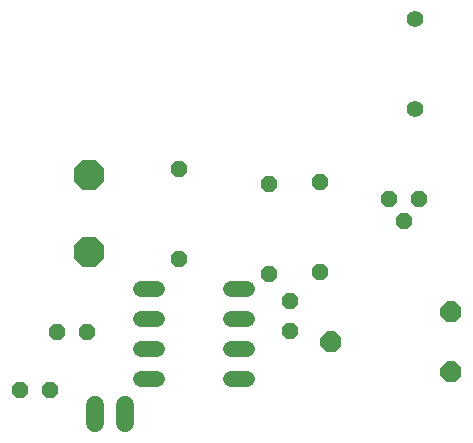
<source format=gbr>
G04 EAGLE Gerber RS-274X export*
G75*
%MOMM*%
%FSLAX34Y34*%
%LPD*%
%INBottom Copper*%
%IPPOS*%
%AMOC8*
5,1,8,0,0,1.08239X$1,22.5*%
G01*
%ADD10P,1.429621X8X202.500000*%
%ADD11P,1.429621X8X112.500000*%
%ADD12C,1.320800*%
%ADD13C,1.400000*%
%ADD14P,1.429621X8X292.500000*%
%ADD15P,1.924489X8X112.500000*%
%ADD16P,2.749271X8X112.500000*%
%ADD17C,1.524000*%


D10*
X163100Y103300D03*
X137700Y103300D03*
D11*
X335200Y103600D03*
X335200Y129000D03*
D10*
X131700Y54200D03*
X106300Y54200D03*
D12*
X209296Y139700D02*
X222504Y139700D01*
X222504Y114300D02*
X209296Y114300D01*
X285496Y114300D02*
X298704Y114300D01*
X298704Y139700D02*
X285496Y139700D01*
X222504Y88900D02*
X209296Y88900D01*
X209296Y63500D02*
X222504Y63500D01*
X285496Y88900D02*
X298704Y88900D01*
X298704Y63500D02*
X285496Y63500D01*
D13*
X441000Y292100D03*
X441000Y368300D03*
D10*
X419100Y215900D03*
X431800Y196850D03*
X444500Y215900D03*
D14*
X360900Y229600D03*
X360900Y153400D03*
D11*
X241300Y165100D03*
X241300Y241300D03*
D14*
X317500Y228600D03*
X317500Y152400D03*
D15*
X471200Y69200D03*
X471200Y120000D03*
X369600Y94600D03*
D16*
X165100Y170688D03*
X165100Y235712D03*
D17*
X195700Y40720D02*
X195700Y25480D01*
X170300Y25480D02*
X170300Y40720D01*
M02*

</source>
